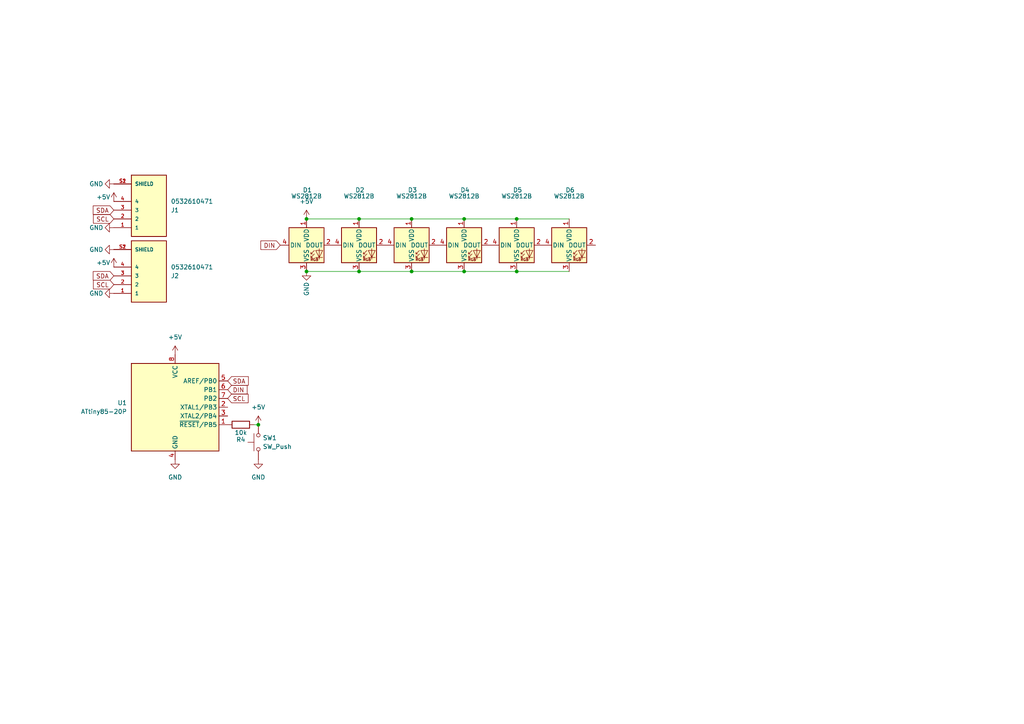
<source format=kicad_sch>
(kicad_sch
	(version 20250114)
	(generator "eeschema")
	(generator_version "9.0")
	(uuid "9c22f8ad-95c7-4cef-9b39-291480d504cf")
	(paper "A4")
	(lib_symbols
		(symbol "0532610471:0532610471"
			(pin_names
				(offset 1.016)
			)
			(exclude_from_sim no)
			(in_bom yes)
			(on_board yes)
			(property "Reference" "J"
				(at -5.0836 8.1396 0)
				(effects
					(font
						(size 1.27 1.27)
					)
					(justify left bottom)
				)
			)
			(property "Value" "0532610471"
				(at -5.0818 -12.7055 0)
				(effects
					(font
						(size 1.27 1.27)
					)
					(justify left bottom)
				)
			)
			(property "Footprint" "0532610471:MOLEX_0532610471"
				(at 0 0 0)
				(effects
					(font
						(size 1.27 1.27)
					)
					(justify bottom)
					(hide yes)
				)
			)
			(property "Datasheet" ""
				(at 0 0 0)
				(effects
					(font
						(size 1.27 1.27)
					)
					(hide yes)
				)
			)
			(property "Description" "Conn Shrouded Header HDR 4 POS 1.25mm Solder RA SMD PicoBlade™ Embossed T/R"
				(at 0 0 0)
				(effects
					(font
						(size 1.27 1.27)
					)
					(justify bottom)
					(hide yes)
				)
			)
			(property "MF" "Molex"
				(at 0 0 0)
				(effects
					(font
						(size 1.27 1.27)
					)
					(justify bottom)
					(hide yes)
				)
			)
			(property "PACKAGE" "None"
				(at 0 0 0)
				(effects
					(font
						(size 1.27 1.27)
					)
					(justify bottom)
					(hide yes)
				)
			)
			(property "PRICE" "None"
				(at 0 0 0)
				(effects
					(font
						(size 1.27 1.27)
					)
					(justify bottom)
					(hide yes)
				)
			)
			(property "Package" "None"
				(at 0 0 0)
				(effects
					(font
						(size 1.27 1.27)
					)
					(justify bottom)
					(hide yes)
				)
			)
			(property "Check_prices" "https://www.snapeda.com/parts/0532610471/Molex/view-part/?ref=eda"
				(at 0 0 0)
				(effects
					(font
						(size 1.27 1.27)
					)
					(justify bottom)
					(hide yes)
				)
			)
			(property "STANDARD" "Manufacturer Recommendation"
				(at 0 0 0)
				(effects
					(font
						(size 1.27 1.27)
					)
					(justify bottom)
					(hide yes)
				)
			)
			(property "PARTREV" "J"
				(at 0 0 0)
				(effects
					(font
						(size 1.27 1.27)
					)
					(justify bottom)
					(hide yes)
				)
			)
			(property "SnapEDA_Link" "https://www.snapeda.com/parts/0532610471/Molex/view-part/?ref=snap"
				(at 0 0 0)
				(effects
					(font
						(size 1.27 1.27)
					)
					(justify bottom)
					(hide yes)
				)
			)
			(property "MP" "0532610471"
				(at 0 0 0)
				(effects
					(font
						(size 1.27 1.27)
					)
					(justify bottom)
					(hide yes)
				)
			)
			(property "Price" "None"
				(at 0 0 0)
				(effects
					(font
						(size 1.27 1.27)
					)
					(justify bottom)
					(hide yes)
				)
			)
			(property "Availability" "In Stock"
				(at 0 0 0)
				(effects
					(font
						(size 1.27 1.27)
					)
					(justify bottom)
					(hide yes)
				)
			)
			(property "AVAILABILITY" "Unavailable"
				(at 0 0 0)
				(effects
					(font
						(size 1.27 1.27)
					)
					(justify bottom)
					(hide yes)
				)
			)
			(property "Description_1" "Picoblade Connector, 4 Circuit Single Row, Right Angle Surface Mount SMT PCB"
				(at 0 0 0)
				(effects
					(font
						(size 1.27 1.27)
					)
					(justify bottom)
					(hide yes)
				)
			)
			(symbol "0532610471_0_0"
				(rectangle
					(start -5.08 -10.16)
					(end 5.08 7.62)
					(stroke
						(width 0.254)
						(type default)
					)
					(fill
						(type background)
					)
				)
				(pin passive line
					(at -10.16 5.08 0)
					(length 5.08)
					(name "1"
						(effects
							(font
								(size 1.016 1.016)
							)
						)
					)
					(number "1"
						(effects
							(font
								(size 1.016 1.016)
							)
						)
					)
				)
				(pin passive line
					(at -10.16 2.54 0)
					(length 5.08)
					(name "2"
						(effects
							(font
								(size 1.016 1.016)
							)
						)
					)
					(number "2"
						(effects
							(font
								(size 1.016 1.016)
							)
						)
					)
				)
				(pin passive line
					(at -10.16 0 0)
					(length 5.08)
					(name "3"
						(effects
							(font
								(size 1.016 1.016)
							)
						)
					)
					(number "3"
						(effects
							(font
								(size 1.016 1.016)
							)
						)
					)
				)
				(pin passive line
					(at -10.16 -2.54 0)
					(length 5.08)
					(name "4"
						(effects
							(font
								(size 1.016 1.016)
							)
						)
					)
					(number "4"
						(effects
							(font
								(size 1.016 1.016)
							)
						)
					)
				)
				(pin passive line
					(at -10.16 -7.62 0)
					(length 5.08)
					(name "SHIELD"
						(effects
							(font
								(size 1.016 1.016)
							)
						)
					)
					(number "S1"
						(effects
							(font
								(size 1.016 1.016)
							)
						)
					)
				)
				(pin passive line
					(at -10.16 -7.62 0)
					(length 5.08)
					(name "SHIELD"
						(effects
							(font
								(size 1.016 1.016)
							)
						)
					)
					(number "S2"
						(effects
							(font
								(size 1.016 1.016)
							)
						)
					)
				)
			)
			(embedded_fonts no)
		)
		(symbol "Device:R"
			(pin_numbers
				(hide yes)
			)
			(pin_names
				(offset 0)
			)
			(exclude_from_sim no)
			(in_bom yes)
			(on_board yes)
			(property "Reference" "R"
				(at 2.032 0 90)
				(effects
					(font
						(size 1.27 1.27)
					)
				)
			)
			(property "Value" "R"
				(at 0 0 90)
				(effects
					(font
						(size 1.27 1.27)
					)
				)
			)
			(property "Footprint" ""
				(at -1.778 0 90)
				(effects
					(font
						(size 1.27 1.27)
					)
					(hide yes)
				)
			)
			(property "Datasheet" "~"
				(at 0 0 0)
				(effects
					(font
						(size 1.27 1.27)
					)
					(hide yes)
				)
			)
			(property "Description" "Resistor"
				(at 0 0 0)
				(effects
					(font
						(size 1.27 1.27)
					)
					(hide yes)
				)
			)
			(property "ki_keywords" "R res resistor"
				(at 0 0 0)
				(effects
					(font
						(size 1.27 1.27)
					)
					(hide yes)
				)
			)
			(property "ki_fp_filters" "R_*"
				(at 0 0 0)
				(effects
					(font
						(size 1.27 1.27)
					)
					(hide yes)
				)
			)
			(symbol "R_0_1"
				(rectangle
					(start -1.016 -2.54)
					(end 1.016 2.54)
					(stroke
						(width 0.254)
						(type default)
					)
					(fill
						(type none)
					)
				)
			)
			(symbol "R_1_1"
				(pin passive line
					(at 0 3.81 270)
					(length 1.27)
					(name "~"
						(effects
							(font
								(size 1.27 1.27)
							)
						)
					)
					(number "1"
						(effects
							(font
								(size 1.27 1.27)
							)
						)
					)
				)
				(pin passive line
					(at 0 -3.81 90)
					(length 1.27)
					(name "~"
						(effects
							(font
								(size 1.27 1.27)
							)
						)
					)
					(number "2"
						(effects
							(font
								(size 1.27 1.27)
							)
						)
					)
				)
			)
			(embedded_fonts no)
		)
		(symbol "LED:WS2812B"
			(pin_names
				(offset 0.254)
			)
			(exclude_from_sim no)
			(in_bom yes)
			(on_board yes)
			(property "Reference" "D"
				(at 5.08 5.715 0)
				(effects
					(font
						(size 1.27 1.27)
					)
					(justify right bottom)
				)
			)
			(property "Value" "WS2812B"
				(at 1.27 -5.715 0)
				(effects
					(font
						(size 1.27 1.27)
					)
					(justify left top)
				)
			)
			(property "Footprint" "LED_SMD:LED_WS2812B_PLCC4_5.0x5.0mm_P3.2mm"
				(at 1.27 -7.62 0)
				(effects
					(font
						(size 1.27 1.27)
					)
					(justify left top)
					(hide yes)
				)
			)
			(property "Datasheet" "https://cdn-shop.adafruit.com/datasheets/WS2812B.pdf"
				(at 2.54 -9.525 0)
				(effects
					(font
						(size 1.27 1.27)
					)
					(justify left top)
					(hide yes)
				)
			)
			(property "Description" "RGB LED with integrated controller"
				(at 0 0 0)
				(effects
					(font
						(size 1.27 1.27)
					)
					(hide yes)
				)
			)
			(property "ki_keywords" "RGB LED NeoPixel addressable"
				(at 0 0 0)
				(effects
					(font
						(size 1.27 1.27)
					)
					(hide yes)
				)
			)
			(property "ki_fp_filters" "LED*WS2812*PLCC*5.0x5.0mm*P3.2mm*"
				(at 0 0 0)
				(effects
					(font
						(size 1.27 1.27)
					)
					(hide yes)
				)
			)
			(symbol "WS2812B_0_0"
				(text "RGB"
					(at 2.286 -4.191 0)
					(effects
						(font
							(size 0.762 0.762)
						)
					)
				)
			)
			(symbol "WS2812B_0_1"
				(polyline
					(pts
						(xy 1.27 -2.54) (xy 1.778 -2.54)
					)
					(stroke
						(width 0)
						(type default)
					)
					(fill
						(type none)
					)
				)
				(polyline
					(pts
						(xy 1.27 -3.556) (xy 1.778 -3.556)
					)
					(stroke
						(width 0)
						(type default)
					)
					(fill
						(type none)
					)
				)
				(polyline
					(pts
						(xy 2.286 -1.524) (xy 1.27 -2.54) (xy 1.27 -2.032)
					)
					(stroke
						(width 0)
						(type default)
					)
					(fill
						(type none)
					)
				)
				(polyline
					(pts
						(xy 2.286 -2.54) (xy 1.27 -3.556) (xy 1.27 -3.048)
					)
					(stroke
						(width 0)
						(type default)
					)
					(fill
						(type none)
					)
				)
				(polyline
					(pts
						(xy 3.683 -1.016) (xy 3.683 -3.556) (xy 3.683 -4.064)
					)
					(stroke
						(width 0)
						(type default)
					)
					(fill
						(type none)
					)
				)
				(polyline
					(pts
						(xy 4.699 -1.524) (xy 2.667 -1.524) (xy 3.683 -3.556) (xy 4.699 -1.524)
					)
					(stroke
						(width 0)
						(type default)
					)
					(fill
						(type none)
					)
				)
				(polyline
					(pts
						(xy 4.699 -3.556) (xy 2.667 -3.556)
					)
					(stroke
						(width 0)
						(type default)
					)
					(fill
						(type none)
					)
				)
				(rectangle
					(start 5.08 5.08)
					(end -5.08 -5.08)
					(stroke
						(width 0.254)
						(type default)
					)
					(fill
						(type background)
					)
				)
			)
			(symbol "WS2812B_1_1"
				(pin input line
					(at -7.62 0 0)
					(length 2.54)
					(name "DIN"
						(effects
							(font
								(size 1.27 1.27)
							)
						)
					)
					(number "4"
						(effects
							(font
								(size 1.27 1.27)
							)
						)
					)
				)
				(pin power_in line
					(at 0 7.62 270)
					(length 2.54)
					(name "VDD"
						(effects
							(font
								(size 1.27 1.27)
							)
						)
					)
					(number "1"
						(effects
							(font
								(size 1.27 1.27)
							)
						)
					)
				)
				(pin power_in line
					(at 0 -7.62 90)
					(length 2.54)
					(name "VSS"
						(effects
							(font
								(size 1.27 1.27)
							)
						)
					)
					(number "3"
						(effects
							(font
								(size 1.27 1.27)
							)
						)
					)
				)
				(pin output line
					(at 7.62 0 180)
					(length 2.54)
					(name "DOUT"
						(effects
							(font
								(size 1.27 1.27)
							)
						)
					)
					(number "2"
						(effects
							(font
								(size 1.27 1.27)
							)
						)
					)
				)
			)
			(embedded_fonts no)
		)
		(symbol "MCU_Microchip_ATtiny:ATtiny85-20P"
			(exclude_from_sim no)
			(in_bom yes)
			(on_board yes)
			(property "Reference" "U"
				(at -12.7 13.97 0)
				(effects
					(font
						(size 1.27 1.27)
					)
					(justify left bottom)
				)
			)
			(property "Value" "ATtiny85-20P"
				(at 2.54 -13.97 0)
				(effects
					(font
						(size 1.27 1.27)
					)
					(justify left top)
				)
			)
			(property "Footprint" "Package_DIP:DIP-8_W7.62mm"
				(at 0 0 0)
				(effects
					(font
						(size 1.27 1.27)
						(italic yes)
					)
					(hide yes)
				)
			)
			(property "Datasheet" "http://ww1.microchip.com/downloads/en/DeviceDoc/atmel-2586-avr-8-bit-microcontroller-attiny25-attiny45-attiny85_datasheet.pdf"
				(at 0 0 0)
				(effects
					(font
						(size 1.27 1.27)
					)
					(hide yes)
				)
			)
			(property "Description" "20MHz, 8kB Flash, 512B SRAM, 512B EEPROM, debugWIRE, DIP-8"
				(at 0 0 0)
				(effects
					(font
						(size 1.27 1.27)
					)
					(hide yes)
				)
			)
			(property "ki_keywords" "AVR 8bit Microcontroller tinyAVR"
				(at 0 0 0)
				(effects
					(font
						(size 1.27 1.27)
					)
					(hide yes)
				)
			)
			(property "ki_fp_filters" "DIP*W7.62mm*"
				(at 0 0 0)
				(effects
					(font
						(size 1.27 1.27)
					)
					(hide yes)
				)
			)
			(symbol "ATtiny85-20P_0_1"
				(rectangle
					(start -12.7 -12.7)
					(end 12.7 12.7)
					(stroke
						(width 0.254)
						(type default)
					)
					(fill
						(type background)
					)
				)
			)
			(symbol "ATtiny85-20P_1_1"
				(pin power_in line
					(at 0 15.24 270)
					(length 2.54)
					(name "VCC"
						(effects
							(font
								(size 1.27 1.27)
							)
						)
					)
					(number "8"
						(effects
							(font
								(size 1.27 1.27)
							)
						)
					)
				)
				(pin power_in line
					(at 0 -15.24 90)
					(length 2.54)
					(name "GND"
						(effects
							(font
								(size 1.27 1.27)
							)
						)
					)
					(number "4"
						(effects
							(font
								(size 1.27 1.27)
							)
						)
					)
				)
				(pin bidirectional line
					(at 15.24 7.62 180)
					(length 2.54)
					(name "AREF/PB0"
						(effects
							(font
								(size 1.27 1.27)
							)
						)
					)
					(number "5"
						(effects
							(font
								(size 1.27 1.27)
							)
						)
					)
				)
				(pin bidirectional line
					(at 15.24 5.08 180)
					(length 2.54)
					(name "PB1"
						(effects
							(font
								(size 1.27 1.27)
							)
						)
					)
					(number "6"
						(effects
							(font
								(size 1.27 1.27)
							)
						)
					)
				)
				(pin bidirectional line
					(at 15.24 2.54 180)
					(length 2.54)
					(name "PB2"
						(effects
							(font
								(size 1.27 1.27)
							)
						)
					)
					(number "7"
						(effects
							(font
								(size 1.27 1.27)
							)
						)
					)
				)
				(pin bidirectional line
					(at 15.24 0 180)
					(length 2.54)
					(name "XTAL1/PB3"
						(effects
							(font
								(size 1.27 1.27)
							)
						)
					)
					(number "2"
						(effects
							(font
								(size 1.27 1.27)
							)
						)
					)
				)
				(pin bidirectional line
					(at 15.24 -2.54 180)
					(length 2.54)
					(name "XTAL2/PB4"
						(effects
							(font
								(size 1.27 1.27)
							)
						)
					)
					(number "3"
						(effects
							(font
								(size 1.27 1.27)
							)
						)
					)
				)
				(pin bidirectional line
					(at 15.24 -5.08 180)
					(length 2.54)
					(name "~{RESET}/PB5"
						(effects
							(font
								(size 1.27 1.27)
							)
						)
					)
					(number "1"
						(effects
							(font
								(size 1.27 1.27)
							)
						)
					)
				)
			)
			(embedded_fonts no)
		)
		(symbol "Switch:SW_Push"
			(pin_numbers
				(hide yes)
			)
			(pin_names
				(offset 1.016)
				(hide yes)
			)
			(exclude_from_sim no)
			(in_bom yes)
			(on_board yes)
			(property "Reference" "SW"
				(at 1.27 2.54 0)
				(effects
					(font
						(size 1.27 1.27)
					)
					(justify left)
				)
			)
			(property "Value" "SW_Push"
				(at 0 -1.524 0)
				(effects
					(font
						(size 1.27 1.27)
					)
				)
			)
			(property "Footprint" ""
				(at 0 5.08 0)
				(effects
					(font
						(size 1.27 1.27)
					)
					(hide yes)
				)
			)
			(property "Datasheet" "~"
				(at 0 5.08 0)
				(effects
					(font
						(size 1.27 1.27)
					)
					(hide yes)
				)
			)
			(property "Description" "Push button switch, generic, two pins"
				(at 0 0 0)
				(effects
					(font
						(size 1.27 1.27)
					)
					(hide yes)
				)
			)
			(property "ki_keywords" "switch normally-open pushbutton push-button"
				(at 0 0 0)
				(effects
					(font
						(size 1.27 1.27)
					)
					(hide yes)
				)
			)
			(symbol "SW_Push_0_1"
				(circle
					(center -2.032 0)
					(radius 0.508)
					(stroke
						(width 0)
						(type default)
					)
					(fill
						(type none)
					)
				)
				(polyline
					(pts
						(xy 0 1.27) (xy 0 3.048)
					)
					(stroke
						(width 0)
						(type default)
					)
					(fill
						(type none)
					)
				)
				(circle
					(center 2.032 0)
					(radius 0.508)
					(stroke
						(width 0)
						(type default)
					)
					(fill
						(type none)
					)
				)
				(polyline
					(pts
						(xy 2.54 1.27) (xy -2.54 1.27)
					)
					(stroke
						(width 0)
						(type default)
					)
					(fill
						(type none)
					)
				)
				(pin passive line
					(at -5.08 0 0)
					(length 2.54)
					(name "1"
						(effects
							(font
								(size 1.27 1.27)
							)
						)
					)
					(number "1"
						(effects
							(font
								(size 1.27 1.27)
							)
						)
					)
				)
				(pin passive line
					(at 5.08 0 180)
					(length 2.54)
					(name "2"
						(effects
							(font
								(size 1.27 1.27)
							)
						)
					)
					(number "2"
						(effects
							(font
								(size 1.27 1.27)
							)
						)
					)
				)
			)
			(embedded_fonts no)
		)
		(symbol "power:+5V"
			(power)
			(pin_numbers
				(hide yes)
			)
			(pin_names
				(offset 0)
				(hide yes)
			)
			(exclude_from_sim no)
			(in_bom yes)
			(on_board yes)
			(property "Reference" "#PWR"
				(at 0 -3.81 0)
				(effects
					(font
						(size 1.27 1.27)
					)
					(hide yes)
				)
			)
			(property "Value" "+5V"
				(at 0 3.556 0)
				(effects
					(font
						(size 1.27 1.27)
					)
				)
			)
			(property "Footprint" ""
				(at 0 0 0)
				(effects
					(font
						(size 1.27 1.27)
					)
					(hide yes)
				)
			)
			(property "Datasheet" ""
				(at 0 0 0)
				(effects
					(font
						(size 1.27 1.27)
					)
					(hide yes)
				)
			)
			(property "Description" "Power symbol creates a global label with name \"+5V\""
				(at 0 0 0)
				(effects
					(font
						(size 1.27 1.27)
					)
					(hide yes)
				)
			)
			(property "ki_keywords" "global power"
				(at 0 0 0)
				(effects
					(font
						(size 1.27 1.27)
					)
					(hide yes)
				)
			)
			(symbol "+5V_0_1"
				(polyline
					(pts
						(xy -0.762 1.27) (xy 0 2.54)
					)
					(stroke
						(width 0)
						(type default)
					)
					(fill
						(type none)
					)
				)
				(polyline
					(pts
						(xy 0 2.54) (xy 0.762 1.27)
					)
					(stroke
						(width 0)
						(type default)
					)
					(fill
						(type none)
					)
				)
				(polyline
					(pts
						(xy 0 0) (xy 0 2.54)
					)
					(stroke
						(width 0)
						(type default)
					)
					(fill
						(type none)
					)
				)
			)
			(symbol "+5V_1_1"
				(pin power_in line
					(at 0 0 90)
					(length 0)
					(name "~"
						(effects
							(font
								(size 1.27 1.27)
							)
						)
					)
					(number "1"
						(effects
							(font
								(size 1.27 1.27)
							)
						)
					)
				)
			)
			(embedded_fonts no)
		)
		(symbol "power:GND"
			(power)
			(pin_numbers
				(hide yes)
			)
			(pin_names
				(offset 0)
				(hide yes)
			)
			(exclude_from_sim no)
			(in_bom yes)
			(on_board yes)
			(property "Reference" "#PWR"
				(at 0 -6.35 0)
				(effects
					(font
						(size 1.27 1.27)
					)
					(hide yes)
				)
			)
			(property "Value" "GND"
				(at 0 -3.81 0)
				(effects
					(font
						(size 1.27 1.27)
					)
				)
			)
			(property "Footprint" ""
				(at 0 0 0)
				(effects
					(font
						(size 1.27 1.27)
					)
					(hide yes)
				)
			)
			(property "Datasheet" ""
				(at 0 0 0)
				(effects
					(font
						(size 1.27 1.27)
					)
					(hide yes)
				)
			)
			(property "Description" "Power symbol creates a global label with name \"GND\" , ground"
				(at 0 0 0)
				(effects
					(font
						(size 1.27 1.27)
					)
					(hide yes)
				)
			)
			(property "ki_keywords" "global power"
				(at 0 0 0)
				(effects
					(font
						(size 1.27 1.27)
					)
					(hide yes)
				)
			)
			(symbol "GND_0_1"
				(polyline
					(pts
						(xy 0 0) (xy 0 -1.27) (xy 1.27 -1.27) (xy 0 -2.54) (xy -1.27 -1.27) (xy 0 -1.27)
					)
					(stroke
						(width 0)
						(type default)
					)
					(fill
						(type none)
					)
				)
			)
			(symbol "GND_1_1"
				(pin power_in line
					(at 0 0 270)
					(length 0)
					(name "~"
						(effects
							(font
								(size 1.27 1.27)
							)
						)
					)
					(number "1"
						(effects
							(font
								(size 1.27 1.27)
							)
						)
					)
				)
			)
			(embedded_fonts no)
		)
	)
	(junction
		(at 134.62 78.74)
		(diameter 0)
		(color 0 0 0 0)
		(uuid "0b329aa1-0a2c-433d-8c4f-e5fc264ebc64")
	)
	(junction
		(at 104.14 78.74)
		(diameter 0)
		(color 0 0 0 0)
		(uuid "20b347f6-19c6-4397-ad88-24ef60944f37")
	)
	(junction
		(at 88.9 63.5)
		(diameter 0)
		(color 0 0 0 0)
		(uuid "50515b22-7911-4cb0-851b-14fba6d5a67d")
	)
	(junction
		(at 134.62 63.5)
		(diameter 0)
		(color 0 0 0 0)
		(uuid "9408f9a2-4710-4df0-a4ae-6853150bfd95")
	)
	(junction
		(at 119.38 63.5)
		(diameter 0)
		(color 0 0 0 0)
		(uuid "ac7f7eb6-150b-427a-a998-1345c819b429")
	)
	(junction
		(at 149.86 78.74)
		(diameter 0)
		(color 0 0 0 0)
		(uuid "b930226c-d7af-48df-a89a-176c80f8d029")
	)
	(junction
		(at 104.14 63.5)
		(diameter 0)
		(color 0 0 0 0)
		(uuid "e46b9158-bf47-4b97-af50-a74a8be49173")
	)
	(junction
		(at 88.9 78.74)
		(diameter 0)
		(color 0 0 0 0)
		(uuid "e4bce2d9-9f27-4239-84c5-2e4d22eb46d5")
	)
	(junction
		(at 149.86 63.5)
		(diameter 0)
		(color 0 0 0 0)
		(uuid "fafaef8c-a8dc-495b-a4bd-e4a54daa331b")
	)
	(junction
		(at 74.93 123.19)
		(diameter 0)
		(color 0 0 0 0)
		(uuid "ff4f8038-e44d-4d23-ab56-bd2618404eb4")
	)
	(junction
		(at 119.38 78.74)
		(diameter 0)
		(color 0 0 0 0)
		(uuid "ffcf7fd1-2305-4140-a7ae-812643463687")
	)
	(wire
		(pts
			(xy 149.86 63.5) (xy 165.1 63.5)
		)
		(stroke
			(width 0)
			(type default)
		)
		(uuid "2ad3ff5d-346d-40ef-ae17-2c15599589a3")
	)
	(wire
		(pts
			(xy 88.9 78.74) (xy 104.14 78.74)
		)
		(stroke
			(width 0)
			(type default)
		)
		(uuid "36a286f1-e98f-4d23-a476-9f1ebc864e31")
	)
	(wire
		(pts
			(xy 88.9 63.5) (xy 104.14 63.5)
		)
		(stroke
			(width 0)
			(type default)
		)
		(uuid "42a01c4a-e682-457e-9eec-f60aaa7526f0")
	)
	(wire
		(pts
			(xy 74.93 123.19) (xy 73.66 123.19)
		)
		(stroke
			(width 0)
			(type default)
		)
		(uuid "48755a6c-807e-4787-a512-5c21dac4cd7f")
	)
	(wire
		(pts
			(xy 134.62 63.5) (xy 149.86 63.5)
		)
		(stroke
			(width 0)
			(type default)
		)
		(uuid "67ba45db-132f-4685-a409-c44126a1f69e")
	)
	(wire
		(pts
			(xy 104.14 63.5) (xy 119.38 63.5)
		)
		(stroke
			(width 0)
			(type default)
		)
		(uuid "87927426-6e31-4b86-b2e1-9042b48cf1a3")
	)
	(wire
		(pts
			(xy 119.38 78.74) (xy 134.62 78.74)
		)
		(stroke
			(width 0)
			(type default)
		)
		(uuid "92585ee5-106f-4633-9c61-f08c64637d92")
	)
	(wire
		(pts
			(xy 134.62 78.74) (xy 149.86 78.74)
		)
		(stroke
			(width 0)
			(type default)
		)
		(uuid "9bcc15ed-b65b-4e2a-be28-7bdcb2318ea9")
	)
	(wire
		(pts
			(xy 149.86 78.74) (xy 165.1 78.74)
		)
		(stroke
			(width 0)
			(type default)
		)
		(uuid "9d9fb878-e23b-43df-a8ea-0b85386302c7")
	)
	(wire
		(pts
			(xy 119.38 63.5) (xy 134.62 63.5)
		)
		(stroke
			(width 0)
			(type default)
		)
		(uuid "b3b8f520-cb30-4395-bbc8-01bcc2d598ed")
	)
	(wire
		(pts
			(xy 104.14 78.74) (xy 119.38 78.74)
		)
		(stroke
			(width 0)
			(type default)
		)
		(uuid "f7ded8e6-239a-4ced-af05-73b0f7b93745")
	)
	(global_label "SCL"
		(shape input)
		(at 33.02 82.55 180)
		(fields_autoplaced yes)
		(effects
			(font
				(size 1.27 1.27)
			)
			(justify right)
		)
		(uuid "2f5ad162-852e-4a7b-99b4-f0f3596b56f0")
		(property "Intersheetrefs" "${INTERSHEET_REFS}"
			(at 26.5272 82.55 0)
			(effects
				(font
					(size 1.27 1.27)
				)
				(justify right)
				(hide yes)
			)
		)
	)
	(global_label "SDA"
		(shape input)
		(at 33.02 80.01 180)
		(fields_autoplaced yes)
		(effects
			(font
				(size 1.27 1.27)
			)
			(justify right)
		)
		(uuid "51eb3c68-9533-4d35-ae02-710a4aeee141")
		(property "Intersheetrefs" "${INTERSHEET_REFS}"
			(at 26.4667 80.01 0)
			(effects
				(font
					(size 1.27 1.27)
				)
				(justify right)
				(hide yes)
			)
		)
	)
	(global_label "DIN"
		(shape input)
		(at 66.04 113.03 0)
		(fields_autoplaced yes)
		(effects
			(font
				(size 1.27 1.27)
			)
			(justify left)
		)
		(uuid "79ef9f4e-e3c4-4a66-8113-63af9dbe12ce")
		(property "Intersheetrefs" "${INTERSHEET_REFS}"
			(at 72.2305 113.03 0)
			(effects
				(font
					(size 1.27 1.27)
				)
				(justify left)
				(hide yes)
			)
		)
	)
	(global_label "SDA"
		(shape input)
		(at 33.02 60.96 180)
		(fields_autoplaced yes)
		(effects
			(font
				(size 1.27 1.27)
			)
			(justify right)
		)
		(uuid "7b140f7d-12ce-4a64-a1f0-a8fa352c9417")
		(property "Intersheetrefs" "${INTERSHEET_REFS}"
			(at 26.4667 60.96 0)
			(effects
				(font
					(size 1.27 1.27)
				)
				(justify right)
				(hide yes)
			)
		)
	)
	(global_label "SCL"
		(shape input)
		(at 33.02 63.5 180)
		(fields_autoplaced yes)
		(effects
			(font
				(size 1.27 1.27)
			)
			(justify right)
		)
		(uuid "9b6c2a44-594e-482c-b30a-1890a363b72a")
		(property "Intersheetrefs" "${INTERSHEET_REFS}"
			(at 26.5272 63.5 0)
			(effects
				(font
					(size 1.27 1.27)
				)
				(justify right)
				(hide yes)
			)
		)
	)
	(global_label "DIN"
		(shape input)
		(at 81.28 71.12 180)
		(fields_autoplaced yes)
		(effects
			(font
				(size 1.27 1.27)
			)
			(justify right)
		)
		(uuid "9c0248af-c96d-4e41-add0-a0dc8b9b494f")
		(property "Intersheetrefs" "${INTERSHEET_REFS}"
			(at 75.0895 71.12 0)
			(effects
				(font
					(size 1.27 1.27)
				)
				(justify right)
				(hide yes)
			)
		)
	)
	(global_label "SCL"
		(shape input)
		(at 66.04 115.57 0)
		(fields_autoplaced yes)
		(effects
			(font
				(size 1.27 1.27)
			)
			(justify left)
		)
		(uuid "d9bb442a-e2b3-40c0-b2d4-1119da42c93f")
		(property "Intersheetrefs" "${INTERSHEET_REFS}"
			(at 72.5328 115.57 0)
			(effects
				(font
					(size 1.27 1.27)
				)
				(justify left)
				(hide yes)
			)
		)
	)
	(global_label "SDA"
		(shape input)
		(at 66.04 110.49 0)
		(fields_autoplaced yes)
		(effects
			(font
				(size 1.27 1.27)
			)
			(justify left)
		)
		(uuid "dc3c84c4-7f5e-444e-aaad-67b737191e38")
		(property "Intersheetrefs" "${INTERSHEET_REFS}"
			(at 72.5933 110.49 0)
			(effects
				(font
					(size 1.27 1.27)
				)
				(justify left)
				(hide yes)
			)
		)
	)
	(symbol
		(lib_id "power:GND")
		(at 88.9 78.74 0)
		(unit 1)
		(exclude_from_sim no)
		(in_bom yes)
		(on_board yes)
		(dnp no)
		(uuid "0ba222fa-9ad2-45ea-9100-f729ba2cb859")
		(property "Reference" "#PWR012"
			(at 88.9 85.09 0)
			(effects
				(font
					(size 1.27 1.27)
				)
				(hide yes)
			)
		)
		(property "Value" "GND"
			(at 88.9 83.82 90)
			(effects
				(font
					(size 1.27 1.27)
				)
			)
		)
		(property "Footprint" ""
			(at 88.9 78.74 0)
			(effects
				(font
					(size 1.27 1.27)
				)
				(hide yes)
			)
		)
		(property "Datasheet" ""
			(at 88.9 78.74 0)
			(effects
				(font
					(size 1.27 1.27)
				)
				(hide yes)
			)
		)
		(property "Description" "Power symbol creates a global label with name \"GND\" , ground"
			(at 88.9 78.74 0)
			(effects
				(font
					(size 1.27 1.27)
				)
				(hide yes)
			)
		)
		(pin "1"
			(uuid "28367efd-f757-4b09-b315-99fa16c69585")
		)
		(instances
			(project "rgb_tube"
				(path "/9c22f8ad-95c7-4cef-9b39-291480d504cf"
					(reference "#PWR012")
					(unit 1)
				)
			)
		)
	)
	(symbol
		(lib_id "LED:WS2812B")
		(at 104.14 71.12 0)
		(unit 1)
		(exclude_from_sim no)
		(in_bom yes)
		(on_board yes)
		(dnp no)
		(uuid "1401dbff-8c80-45dd-b65f-3bafd5823492")
		(property "Reference" "D2"
			(at 104.394 55.118 0)
			(effects
				(font
					(size 1.27 1.27)
				)
			)
		)
		(property "Value" "WS2812B"
			(at 104.14 56.896 0)
			(effects
				(font
					(size 1.27 1.27)
				)
			)
		)
		(property "Footprint" "LED_SMD:LED_WS2812B_PLCC4_5.0x5.0mm_P3.2mm"
			(at 105.41 78.74 0)
			(effects
				(font
					(size 1.27 1.27)
				)
				(justify left top)
				(hide yes)
			)
		)
		(property "Datasheet" "https://cdn-shop.adafruit.com/datasheets/WS2812B.pdf"
			(at 106.68 80.645 0)
			(effects
				(font
					(size 1.27 1.27)
				)
				(justify left top)
				(hide yes)
			)
		)
		(property "Description" "RGB LED with integrated controller"
			(at 104.14 71.12 0)
			(effects
				(font
					(size 1.27 1.27)
				)
				(hide yes)
			)
		)
		(pin "4"
			(uuid "fe21d6b3-0724-407b-8862-ea761c68c0d8")
		)
		(pin "1"
			(uuid "86f80050-71fb-4d0a-858c-6abe9bf817ce")
		)
		(pin "3"
			(uuid "c60f46a4-7615-477f-be8b-2304c1bbb11d")
		)
		(pin "2"
			(uuid "d6a1164a-c192-4e78-9f10-6d0ebfe77154")
		)
		(instances
			(project "rgb_tube"
				(path "/9c22f8ad-95c7-4cef-9b39-291480d504cf"
					(reference "D2")
					(unit 1)
				)
			)
		)
	)
	(symbol
		(lib_id "power:GND")
		(at 33.02 53.34 270)
		(unit 1)
		(exclude_from_sim no)
		(in_bom yes)
		(on_board yes)
		(dnp no)
		(uuid "1772b504-a08e-4d98-ba62-70d955270934")
		(property "Reference" "#PWR05"
			(at 26.67 53.34 0)
			(effects
				(font
					(size 1.27 1.27)
				)
				(hide yes)
			)
		)
		(property "Value" "GND"
			(at 27.94 53.34 90)
			(effects
				(font
					(size 1.27 1.27)
				)
			)
		)
		(property "Footprint" ""
			(at 33.02 53.34 0)
			(effects
				(font
					(size 1.27 1.27)
				)
				(hide yes)
			)
		)
		(property "Datasheet" ""
			(at 33.02 53.34 0)
			(effects
				(font
					(size 1.27 1.27)
				)
				(hide yes)
			)
		)
		(property "Description" "Power symbol creates a global label with name \"GND\" , ground"
			(at 33.02 53.34 0)
			(effects
				(font
					(size 1.27 1.27)
				)
				(hide yes)
			)
		)
		(pin "1"
			(uuid "7a03d04e-15d0-44d7-bf51-aef70049cb96")
		)
		(instances
			(project "rgb_tube"
				(path "/9c22f8ad-95c7-4cef-9b39-291480d504cf"
					(reference "#PWR05")
					(unit 1)
				)
			)
		)
	)
	(symbol
		(lib_id "power:+5V")
		(at 74.93 123.19 0)
		(unit 1)
		(exclude_from_sim no)
		(in_bom yes)
		(on_board yes)
		(dnp no)
		(fields_autoplaced yes)
		(uuid "227384cd-7e97-440a-99a8-322f8ad38603")
		(property "Reference" "#PWR09"
			(at 74.93 127 0)
			(effects
				(font
					(size 1.27 1.27)
				)
				(hide yes)
			)
		)
		(property "Value" "+5V"
			(at 74.93 118.11 0)
			(effects
				(font
					(size 1.27 1.27)
				)
			)
		)
		(property "Footprint" ""
			(at 74.93 123.19 0)
			(effects
				(font
					(size 1.27 1.27)
				)
				(hide yes)
			)
		)
		(property "Datasheet" ""
			(at 74.93 123.19 0)
			(effects
				(font
					(size 1.27 1.27)
				)
				(hide yes)
			)
		)
		(property "Description" "Power symbol creates a global label with name \"+5V\""
			(at 74.93 123.19 0)
			(effects
				(font
					(size 1.27 1.27)
				)
				(hide yes)
			)
		)
		(pin "1"
			(uuid "b7dab1d2-fb2e-472d-bf1e-7fb7537d6145")
		)
		(instances
			(project "rgb_tube"
				(path "/9c22f8ad-95c7-4cef-9b39-291480d504cf"
					(reference "#PWR09")
					(unit 1)
				)
			)
		)
	)
	(symbol
		(lib_id "power:GND")
		(at 33.02 72.39 270)
		(unit 1)
		(exclude_from_sim no)
		(in_bom yes)
		(on_board yes)
		(dnp no)
		(uuid "3547c4bd-d3ee-44a8-a04b-d235640926b8")
		(property "Reference" "#PWR06"
			(at 26.67 72.39 0)
			(effects
				(font
					(size 1.27 1.27)
				)
				(hide yes)
			)
		)
		(property "Value" "GND"
			(at 27.94 72.39 90)
			(effects
				(font
					(size 1.27 1.27)
				)
			)
		)
		(property "Footprint" ""
			(at 33.02 72.39 0)
			(effects
				(font
					(size 1.27 1.27)
				)
				(hide yes)
			)
		)
		(property "Datasheet" ""
			(at 33.02 72.39 0)
			(effects
				(font
					(size 1.27 1.27)
				)
				(hide yes)
			)
		)
		(property "Description" "Power symbol creates a global label with name \"GND\" , ground"
			(at 33.02 72.39 0)
			(effects
				(font
					(size 1.27 1.27)
				)
				(hide yes)
			)
		)
		(pin "1"
			(uuid "06ac2855-7a8e-4b2a-9941-28ff77e156ee")
		)
		(instances
			(project "rgb_tube"
				(path "/9c22f8ad-95c7-4cef-9b39-291480d504cf"
					(reference "#PWR06")
					(unit 1)
				)
			)
		)
	)
	(symbol
		(lib_id "power:GND")
		(at 50.8 133.35 0)
		(unit 1)
		(exclude_from_sim no)
		(in_bom yes)
		(on_board yes)
		(dnp no)
		(fields_autoplaced yes)
		(uuid "3d501a56-581d-42cb-a068-478fd77cc043")
		(property "Reference" "#PWR08"
			(at 50.8 139.7 0)
			(effects
				(font
					(size 1.27 1.27)
				)
				(hide yes)
			)
		)
		(property "Value" "GND"
			(at 50.8 138.43 0)
			(effects
				(font
					(size 1.27 1.27)
				)
			)
		)
		(property "Footprint" ""
			(at 50.8 133.35 0)
			(effects
				(font
					(size 1.27 1.27)
				)
				(hide yes)
			)
		)
		(property "Datasheet" ""
			(at 50.8 133.35 0)
			(effects
				(font
					(size 1.27 1.27)
				)
				(hide yes)
			)
		)
		(property "Description" "Power symbol creates a global label with name \"GND\" , ground"
			(at 50.8 133.35 0)
			(effects
				(font
					(size 1.27 1.27)
				)
				(hide yes)
			)
		)
		(pin "1"
			(uuid "cd3d03e1-11b0-4e4a-b27e-3777a8a43a56")
		)
		(instances
			(project "rgb_tube"
				(path "/9c22f8ad-95c7-4cef-9b39-291480d504cf"
					(reference "#PWR08")
					(unit 1)
				)
			)
		)
	)
	(symbol
		(lib_id "LED:WS2812B")
		(at 119.38 71.12 0)
		(unit 1)
		(exclude_from_sim no)
		(in_bom yes)
		(on_board yes)
		(dnp no)
		(uuid "43477cf2-c26f-491c-afa4-931f140e26ad")
		(property "Reference" "D3"
			(at 119.634 55.118 0)
			(effects
				(font
					(size 1.27 1.27)
				)
			)
		)
		(property "Value" "WS2812B"
			(at 119.38 56.896 0)
			(effects
				(font
					(size 1.27 1.27)
				)
			)
		)
		(property "Footprint" "LED_SMD:LED_WS2812B_PLCC4_5.0x5.0mm_P3.2mm"
			(at 120.65 78.74 0)
			(effects
				(font
					(size 1.27 1.27)
				)
				(justify left top)
				(hide yes)
			)
		)
		(property "Datasheet" "https://cdn-shop.adafruit.com/datasheets/WS2812B.pdf"
			(at 121.92 80.645 0)
			(effects
				(font
					(size 1.27 1.27)
				)
				(justify left top)
				(hide yes)
			)
		)
		(property "Description" "RGB LED with integrated controller"
			(at 119.38 71.12 0)
			(effects
				(font
					(size 1.27 1.27)
				)
				(hide yes)
			)
		)
		(pin "4"
			(uuid "7cfcfcd7-4af2-439f-9220-f906625c2464")
		)
		(pin "1"
			(uuid "abe652ca-0544-4475-aeae-3e36767b3ac4")
		)
		(pin "3"
			(uuid "0b53d8b0-5d40-45fb-b2a4-e4dc8bf770de")
		)
		(pin "2"
			(uuid "3ef1967b-3732-4a99-acf7-7911f7b99fb0")
		)
		(instances
			(project "rgb_tube"
				(path "/9c22f8ad-95c7-4cef-9b39-291480d504cf"
					(reference "D3")
					(unit 1)
				)
			)
		)
	)
	(symbol
		(lib_id "power:GND")
		(at 74.93 133.35 0)
		(unit 1)
		(exclude_from_sim no)
		(in_bom yes)
		(on_board yes)
		(dnp no)
		(fields_autoplaced yes)
		(uuid "469a07af-6d12-4bde-b825-c9ae420bd4bc")
		(property "Reference" "#PWR010"
			(at 74.93 139.7 0)
			(effects
				(font
					(size 1.27 1.27)
				)
				(hide yes)
			)
		)
		(property "Value" "GND"
			(at 74.93 138.43 0)
			(effects
				(font
					(size 1.27 1.27)
				)
			)
		)
		(property "Footprint" ""
			(at 74.93 133.35 0)
			(effects
				(font
					(size 1.27 1.27)
				)
				(hide yes)
			)
		)
		(property "Datasheet" ""
			(at 74.93 133.35 0)
			(effects
				(font
					(size 1.27 1.27)
				)
				(hide yes)
			)
		)
		(property "Description" "Power symbol creates a global label with name \"GND\" , ground"
			(at 74.93 133.35 0)
			(effects
				(font
					(size 1.27 1.27)
				)
				(hide yes)
			)
		)
		(pin "1"
			(uuid "46f7e2b6-8f65-4052-ae2d-e3f7ddcd5e6a")
		)
		(instances
			(project "rgb_tube"
				(path "/9c22f8ad-95c7-4cef-9b39-291480d504cf"
					(reference "#PWR010")
					(unit 1)
				)
			)
		)
	)
	(symbol
		(lib_id "0532610471:0532610471")
		(at 43.18 80.01 0)
		(mirror x)
		(unit 1)
		(exclude_from_sim no)
		(in_bom yes)
		(on_board yes)
		(dnp no)
		(uuid "4cb4ccf0-9c2f-4906-91e3-69f6a79c5fa0")
		(property "Reference" "J2"
			(at 49.53 80.0101 0)
			(effects
				(font
					(size 1.27 1.27)
				)
				(justify left)
			)
		)
		(property "Value" "0532610471"
			(at 49.53 77.4701 0)
			(effects
				(font
					(size 1.27 1.27)
				)
				(justify left)
			)
		)
		(property "Footprint" "0532610471:MOLEX_0532610471"
			(at 43.18 80.01 0)
			(effects
				(font
					(size 1.27 1.27)
				)
				(justify bottom)
				(hide yes)
			)
		)
		(property "Datasheet" ""
			(at 43.18 80.01 0)
			(effects
				(font
					(size 1.27 1.27)
				)
				(hide yes)
			)
		)
		(property "Description" ""
			(at 43.18 80.01 0)
			(effects
				(font
					(size 1.27 1.27)
				)
				(hide yes)
			)
		)
		(property "MF" "Molex"
			(at 43.18 80.01 0)
			(effects
				(font
					(size 1.27 1.27)
				)
				(justify bottom)
				(hide yes)
			)
		)
		(property "DESCRIPTION" "Conn Shrouded Header HDR 4 POS 1.25mm Solder RA SMD PicoBlade™ Embossed T/R"
			(at 43.18 80.01 0)
			(effects
				(font
					(size 1.27 1.27)
				)
				(justify bottom)
				(hide yes)
			)
		)
		(property "PACKAGE" "None"
			(at 43.18 80.01 0)
			(effects
				(font
					(size 1.27 1.27)
				)
				(justify bottom)
				(hide yes)
			)
		)
		(property "PRICE" "None"
			(at 43.18 80.01 0)
			(effects
				(font
					(size 1.27 1.27)
				)
				(justify bottom)
				(hide yes)
			)
		)
		(property "Package" "None"
			(at 43.18 80.01 0)
			(effects
				(font
					(size 1.27 1.27)
				)
				(justify bottom)
				(hide yes)
			)
		)
		(property "Check_prices" "https://www.snapeda.com/parts/0532610471/Molex/view-part/?ref=eda"
			(at 43.18 80.01 0)
			(effects
				(font
					(size 1.27 1.27)
				)
				(justify bottom)
				(hide yes)
			)
		)
		(property "STANDARD" "Manufacturer Recommendation"
			(at 43.18 80.01 0)
			(effects
				(font
					(size 1.27 1.27)
				)
				(justify bottom)
				(hide yes)
			)
		)
		(property "PARTREV" "J"
			(at 43.18 80.01 0)
			(effects
				(font
					(size 1.27 1.27)
				)
				(justify bottom)
				(hide yes)
			)
		)
		(property "SnapEDA_Link" "https://www.snapeda.com/parts/0532610471/Molex/view-part/?ref=snap"
			(at 43.18 80.01 0)
			(effects
				(font
					(size 1.27 1.27)
				)
				(justify bottom)
				(hide yes)
			)
		)
		(property "MP" "0532610471"
			(at 43.18 80.01 0)
			(effects
				(font
					(size 1.27 1.27)
				)
				(justify bottom)
				(hide yes)
			)
		)
		(property "Price" "None"
			(at 43.18 80.01 0)
			(effects
				(font
					(size 1.27 1.27)
				)
				(justify bottom)
				(hide yes)
			)
		)
		(property "Availability" "In Stock"
			(at 43.18 80.01 0)
			(effects
				(font
					(size 1.27 1.27)
				)
				(justify bottom)
				(hide yes)
			)
		)
		(property "AVAILABILITY" "Unavailable"
			(at 43.18 80.01 0)
			(effects
				(font
					(size 1.27 1.27)
				)
				(justify bottom)
				(hide yes)
			)
		)
		(property "Description_1" "Picoblade Connector, 4 Circuit Single Row, Right Angle Surface Mount SMT PCB"
			(at 43.18 80.01 0)
			(effects
				(font
					(size 1.27 1.27)
				)
				(justify bottom)
				(hide yes)
			)
		)
		(pin "3"
			(uuid "cd730297-1515-480e-928e-f2353a950cbf")
		)
		(pin "S2"
			(uuid "398265e1-675d-4c6b-8a25-f147430c465a")
		)
		(pin "4"
			(uuid "1abc13b4-d70a-4750-a55f-67d6de2f80c4")
		)
		(pin "S1"
			(uuid "7adac1cc-0b4e-4108-8a3f-5dc937f2954d")
		)
		(pin "1"
			(uuid "5b2b472f-d084-4acc-8e17-51435e8fc5fd")
		)
		(pin "2"
			(uuid "4a917e88-a8cb-4054-ab28-17c31a27d9d4")
		)
		(instances
			(project "rgb_tube"
				(path "/9c22f8ad-95c7-4cef-9b39-291480d504cf"
					(reference "J2")
					(unit 1)
				)
			)
		)
	)
	(symbol
		(lib_id "power:+5V")
		(at 33.02 58.42 0)
		(unit 1)
		(exclude_from_sim no)
		(in_bom yes)
		(on_board yes)
		(dnp no)
		(uuid "653f2ffa-1488-418f-893b-ea953d9eac3a")
		(property "Reference" "#PWR01"
			(at 33.02 62.23 0)
			(effects
				(font
					(size 1.27 1.27)
				)
				(hide yes)
			)
		)
		(property "Value" "+5V"
			(at 29.972 57.15 0)
			(effects
				(font
					(size 1.27 1.27)
				)
			)
		)
		(property "Footprint" ""
			(at 33.02 58.42 0)
			(effects
				(font
					(size 1.27 1.27)
				)
				(hide yes)
			)
		)
		(property "Datasheet" ""
			(at 33.02 58.42 0)
			(effects
				(font
					(size 1.27 1.27)
				)
				(hide yes)
			)
		)
		(property "Description" "Power symbol creates a global label with name \"+5V\""
			(at 33.02 58.42 0)
			(effects
				(font
					(size 1.27 1.27)
				)
				(hide yes)
			)
		)
		(pin "1"
			(uuid "99591dd9-d1d5-46cd-9341-6bc590f90a3d")
		)
		(instances
			(project ""
				(path "/9c22f8ad-95c7-4cef-9b39-291480d504cf"
					(reference "#PWR01")
					(unit 1)
				)
			)
		)
	)
	(symbol
		(lib_id "power:GND")
		(at 33.02 66.04 270)
		(unit 1)
		(exclude_from_sim no)
		(in_bom yes)
		(on_board yes)
		(dnp no)
		(uuid "6dd5b18c-2d98-4e5d-9e7e-403728f4fe66")
		(property "Reference" "#PWR04"
			(at 26.67 66.04 0)
			(effects
				(font
					(size 1.27 1.27)
				)
				(hide yes)
			)
		)
		(property "Value" "GND"
			(at 27.94 66.04 90)
			(effects
				(font
					(size 1.27 1.27)
				)
			)
		)
		(property "Footprint" ""
			(at 33.02 66.04 0)
			(effects
				(font
					(size 1.27 1.27)
				)
				(hide yes)
			)
		)
		(property "Datasheet" ""
			(at 33.02 66.04 0)
			(effects
				(font
					(size 1.27 1.27)
				)
				(hide yes)
			)
		)
		(property "Description" "Power symbol creates a global label with name \"GND\" , ground"
			(at 33.02 66.04 0)
			(effects
				(font
					(size 1.27 1.27)
				)
				(hide yes)
			)
		)
		(pin "1"
			(uuid "33c6c089-9236-4236-a6bd-839de8e63911")
		)
		(instances
			(project "rgb_tube"
				(path "/9c22f8ad-95c7-4cef-9b39-291480d504cf"
					(reference "#PWR04")
					(unit 1)
				)
			)
		)
	)
	(symbol
		(lib_id "Switch:SW_Push")
		(at 74.93 128.27 90)
		(unit 1)
		(exclude_from_sim no)
		(in_bom yes)
		(on_board yes)
		(dnp no)
		(fields_autoplaced yes)
		(uuid "704227c7-7f76-4ac2-bc33-1b74d66a411f")
		(property "Reference" "SW1"
			(at 76.2 126.9999 90)
			(effects
				(font
					(size 1.27 1.27)
				)
				(justify right)
			)
		)
		(property "Value" "SW_Push"
			(at 76.2 129.5399 90)
			(effects
				(font
					(size 1.27 1.27)
				)
				(justify right)
			)
		)
		(property "Footprint" "Connector_PinHeader_2.54mm:PinHeader_1x02_P2.54mm_Vertical"
			(at 69.85 128.27 0)
			(effects
				(font
					(size 1.27 1.27)
				)
				(hide yes)
			)
		)
		(property "Datasheet" "~"
			(at 69.85 128.27 0)
			(effects
				(font
					(size 1.27 1.27)
				)
				(hide yes)
			)
		)
		(property "Description" "Push button switch, generic, two pins"
			(at 74.93 128.27 0)
			(effects
				(font
					(size 1.27 1.27)
				)
				(hide yes)
			)
		)
		(pin "1"
			(uuid "695e3c80-b956-4a98-b5b7-a8133c10323f")
		)
		(pin "2"
			(uuid "c74a066a-04b2-4fd9-a5fd-0a0d7bd1841b")
		)
		(instances
			(project "rgb_tube"
				(path "/9c22f8ad-95c7-4cef-9b39-291480d504cf"
					(reference "SW1")
					(unit 1)
				)
			)
		)
	)
	(symbol
		(lib_id "Device:R")
		(at 69.85 123.19 90)
		(unit 1)
		(exclude_from_sim no)
		(in_bom yes)
		(on_board yes)
		(dnp no)
		(uuid "9007d3f7-25b0-4f2f-b3c6-c8ed0e26fc30")
		(property "Reference" "R4"
			(at 69.85 127.508 90)
			(effects
				(font
					(size 1.27 1.27)
				)
			)
		)
		(property "Value" "10k"
			(at 69.85 125.476 90)
			(effects
				(font
					(size 1.27 1.27)
				)
			)
		)
		(property "Footprint" "Resistor_SMD:R_0805_2012Metric"
			(at 69.85 124.968 90)
			(effects
				(font
					(size 1.27 1.27)
				)
				(hide yes)
			)
		)
		(property "Datasheet" "~"
			(at 69.85 123.19 0)
			(effects
				(font
					(size 1.27 1.27)
				)
				(hide yes)
			)
		)
		(property "Description" "Resistor"
			(at 69.85 123.19 0)
			(effects
				(font
					(size 1.27 1.27)
				)
				(hide yes)
			)
		)
		(pin "1"
			(uuid "f117ab1c-9df8-4895-87de-8e2ee4fea514")
		)
		(pin "2"
			(uuid "c43d9c23-7d56-4247-bc14-fa4ee936f8f2")
		)
		(instances
			(project "rgb_tube"
				(path "/9c22f8ad-95c7-4cef-9b39-291480d504cf"
					(reference "R4")
					(unit 1)
				)
			)
		)
	)
	(symbol
		(lib_id "power:+5V")
		(at 88.9 63.5 0)
		(unit 1)
		(exclude_from_sim no)
		(in_bom yes)
		(on_board yes)
		(dnp no)
		(fields_autoplaced yes)
		(uuid "a5c52a75-91ac-4810-a3b9-0ce7f036cabe")
		(property "Reference" "#PWR011"
			(at 88.9 67.31 0)
			(effects
				(font
					(size 1.27 1.27)
				)
				(hide yes)
			)
		)
		(property "Value" "+5V"
			(at 88.9 58.42 0)
			(effects
				(font
					(size 1.27 1.27)
				)
			)
		)
		(property "Footprint" ""
			(at 88.9 63.5 0)
			(effects
				(font
					(size 1.27 1.27)
				)
				(hide yes)
			)
		)
		(property "Datasheet" ""
			(at 88.9 63.5 0)
			(effects
				(font
					(size 1.27 1.27)
				)
				(hide yes)
			)
		)
		(property "Description" "Power symbol creates a global label with name \"+5V\""
			(at 88.9 63.5 0)
			(effects
				(font
					(size 1.27 1.27)
				)
				(hide yes)
			)
		)
		(pin "1"
			(uuid "02c2a3d8-c7bb-4927-b393-2d8d9de2a689")
		)
		(instances
			(project "rgb_tube"
				(path "/9c22f8ad-95c7-4cef-9b39-291480d504cf"
					(reference "#PWR011")
					(unit 1)
				)
			)
		)
	)
	(symbol
		(lib_id "power:+5V")
		(at 33.02 77.47 0)
		(unit 1)
		(exclude_from_sim no)
		(in_bom yes)
		(on_board yes)
		(dnp no)
		(uuid "b78b769d-f935-4a54-91b1-787b0e3e5696")
		(property "Reference" "#PWR02"
			(at 33.02 81.28 0)
			(effects
				(font
					(size 1.27 1.27)
				)
				(hide yes)
			)
		)
		(property "Value" "+5V"
			(at 29.972 76.2 0)
			(effects
				(font
					(size 1.27 1.27)
				)
			)
		)
		(property "Footprint" ""
			(at 33.02 77.47 0)
			(effects
				(font
					(size 1.27 1.27)
				)
				(hide yes)
			)
		)
		(property "Datasheet" ""
			(at 33.02 77.47 0)
			(effects
				(font
					(size 1.27 1.27)
				)
				(hide yes)
			)
		)
		(property "Description" "Power symbol creates a global label with name \"+5V\""
			(at 33.02 77.47 0)
			(effects
				(font
					(size 1.27 1.27)
				)
				(hide yes)
			)
		)
		(pin "1"
			(uuid "519b90c1-3ae1-4d2b-83ce-9b9bf5b7ad01")
		)
		(instances
			(project "rgb_tube"
				(path "/9c22f8ad-95c7-4cef-9b39-291480d504cf"
					(reference "#PWR02")
					(unit 1)
				)
			)
		)
	)
	(symbol
		(lib_id "LED:WS2812B")
		(at 149.86 71.12 0)
		(unit 1)
		(exclude_from_sim no)
		(in_bom yes)
		(on_board yes)
		(dnp no)
		(uuid "bb84d796-a986-407f-8a03-52758baf5607")
		(property "Reference" "D5"
			(at 150.114 55.118 0)
			(effects
				(font
					(size 1.27 1.27)
				)
			)
		)
		(property "Value" "WS2812B"
			(at 149.86 56.896 0)
			(effects
				(font
					(size 1.27 1.27)
				)
			)
		)
		(property "Footprint" "LED_SMD:LED_WS2812B_PLCC4_5.0x5.0mm_P3.2mm"
			(at 151.13 78.74 0)
			(effects
				(font
					(size 1.27 1.27)
				)
				(justify left top)
				(hide yes)
			)
		)
		(property "Datasheet" "https://cdn-shop.adafruit.com/datasheets/WS2812B.pdf"
			(at 152.4 80.645 0)
			(effects
				(font
					(size 1.27 1.27)
				)
				(justify left top)
				(hide yes)
			)
		)
		(property "Description" "RGB LED with integrated controller"
			(at 149.86 71.12 0)
			(effects
				(font
					(size 1.27 1.27)
				)
				(hide yes)
			)
		)
		(pin "4"
			(uuid "a51a9f45-b83d-413a-a43a-9e5bd75b2c99")
		)
		(pin "1"
			(uuid "b027b58b-a6d4-4b8b-be18-e1d980c7eaea")
		)
		(pin "3"
			(uuid "08adf57b-c31b-4077-a875-4a134470905f")
		)
		(pin "2"
			(uuid "99dc363b-7d54-4872-a733-ecf7b479871a")
		)
		(instances
			(project "rgb_tube"
				(path "/9c22f8ad-95c7-4cef-9b39-291480d504cf"
					(reference "D5")
					(unit 1)
				)
			)
		)
	)
	(symbol
		(lib_id "LED:WS2812B")
		(at 134.62 71.12 0)
		(unit 1)
		(exclude_from_sim no)
		(in_bom yes)
		(on_board yes)
		(dnp no)
		(uuid "c10efdb1-64cf-48a9-9392-182e59a75e07")
		(property "Reference" "D4"
			(at 134.874 55.118 0)
			(effects
				(font
					(size 1.27 1.27)
				)
			)
		)
		(property "Value" "WS2812B"
			(at 134.62 56.896 0)
			(effects
				(font
					(size 1.27 1.27)
				)
			)
		)
		(property "Footprint" "LED_SMD:LED_WS2812B_PLCC4_5.0x5.0mm_P3.2mm"
			(at 135.89 78.74 0)
			(effects
				(font
					(size 1.27 1.27)
				)
				(justify left top)
				(hide yes)
			)
		)
		(property "Datasheet" "https://cdn-shop.adafruit.com/datasheets/WS2812B.pdf"
			(at 137.16 80.645 0)
			(effects
				(font
					(size 1.27 1.27)
				)
				(justify left top)
				(hide yes)
			)
		)
		(property "Description" "RGB LED with integrated controller"
			(at 134.62 71.12 0)
			(effects
				(font
					(size 1.27 1.27)
				)
				(hide yes)
			)
		)
		(pin "4"
			(uuid "a412bdbc-9f5f-4970-8721-c19a36d39e4a")
		)
		(pin "1"
			(uuid "bee66c00-c32a-4f85-8687-22ba8b36d31e")
		)
		(pin "3"
			(uuid "889a2d44-e017-4b2c-a640-a67588955838")
		)
		(pin "2"
			(uuid "553544cf-e2cd-4977-80ba-fea8e105c37a")
		)
		(instances
			(project "rgb_tube"
				(path "/9c22f8ad-95c7-4cef-9b39-291480d504cf"
					(reference "D4")
					(unit 1)
				)
			)
		)
	)
	(symbol
		(lib_id "LED:WS2812B")
		(at 165.1 71.12 0)
		(unit 1)
		(exclude_from_sim no)
		(in_bom yes)
		(on_board yes)
		(dnp no)
		(uuid "c304248f-507e-4fc2-a8e4-0dd5e2fe5936")
		(property "Reference" "D6"
			(at 165.354 55.118 0)
			(effects
				(font
					(size 1.27 1.27)
				)
			)
		)
		(property "Value" "WS2812B"
			(at 165.1 56.896 0)
			(effects
				(font
					(size 1.27 1.27)
				)
			)
		)
		(property "Footprint" "LED_SMD:LED_WS2812B_PLCC4_5.0x5.0mm_P3.2mm"
			(at 166.37 78.74 0)
			(effects
				(font
					(size 1.27 1.27)
				)
				(justify left top)
				(hide yes)
			)
		)
		(property "Datasheet" "https://cdn-shop.adafruit.com/datasheets/WS2812B.pdf"
			(at 167.64 80.645 0)
			(effects
				(font
					(size 1.27 1.27)
				)
				(justify left top)
				(hide yes)
			)
		)
		(property "Description" "RGB LED with integrated controller"
			(at 165.1 71.12 0)
			(effects
				(font
					(size 1.27 1.27)
				)
				(hide yes)
			)
		)
		(pin "4"
			(uuid "07152351-7b57-437a-9220-a119a50834a5")
		)
		(pin "1"
			(uuid "d7eb8457-7fd5-466f-897a-3127842edf39")
		)
		(pin "3"
			(uuid "4b0315c0-1409-4e42-a0d9-0f6ab039b7d7")
		)
		(pin "2"
			(uuid "3ad7420e-acc0-4a8c-94f9-4d8b40ea1c79")
		)
		(instances
			(project "rgb_tube"
				(path "/9c22f8ad-95c7-4cef-9b39-291480d504cf"
					(reference "D6")
					(unit 1)
				)
			)
		)
	)
	(symbol
		(lib_id "LED:WS2812B")
		(at 88.9 71.12 0)
		(unit 1)
		(exclude_from_sim no)
		(in_bom yes)
		(on_board yes)
		(dnp no)
		(uuid "c90a2c60-b969-4700-a37e-9f4eb6410bfa")
		(property "Reference" "D1"
			(at 89.154 55.118 0)
			(effects
				(font
					(size 1.27 1.27)
				)
			)
		)
		(property "Value" "WS2812B"
			(at 88.9 56.896 0)
			(effects
				(font
					(size 1.27 1.27)
				)
			)
		)
		(property "Footprint" "LED_SMD:LED_WS2812B_PLCC4_5.0x5.0mm_P3.2mm"
			(at 90.17 78.74 0)
			(effects
				(font
					(size 1.27 1.27)
				)
				(justify left top)
				(hide yes)
			)
		)
		(property "Datasheet" "https://cdn-shop.adafruit.com/datasheets/WS2812B.pdf"
			(at 91.44 80.645 0)
			(effects
				(font
					(size 1.27 1.27)
				)
				(justify left top)
				(hide yes)
			)
		)
		(property "Description" "RGB LED with integrated controller"
			(at 88.9 71.12 0)
			(effects
				(font
					(size 1.27 1.27)
				)
				(hide yes)
			)
		)
		(pin "4"
			(uuid "3eb2823f-93e8-4b65-8243-cd0d930a3e19")
		)
		(pin "1"
			(uuid "a9f8eb10-f583-4436-9d65-6f8ed5c2699d")
		)
		(pin "3"
			(uuid "1a0de77e-9250-4dd4-baf3-12416f1c267d")
		)
		(pin "2"
			(uuid "a4177657-2e02-40e1-b357-18c00fef845b")
		)
		(instances
			(project ""
				(path "/9c22f8ad-95c7-4cef-9b39-291480d504cf"
					(reference "D1")
					(unit 1)
				)
			)
		)
	)
	(symbol
		(lib_id "0532610471:0532610471")
		(at 43.18 60.96 0)
		(mirror x)
		(unit 1)
		(exclude_from_sim no)
		(in_bom yes)
		(on_board yes)
		(dnp no)
		(uuid "ccec4aa5-8ac6-402f-bf8f-036c7e20e311")
		(property "Reference" "J1"
			(at 49.53 60.9601 0)
			(effects
				(font
					(size 1.27 1.27)
				)
				(justify left)
			)
		)
		(property "Value" "0532610471"
			(at 49.53 58.4201 0)
			(effects
				(font
					(size 1.27 1.27)
				)
				(justify left)
			)
		)
		(property "Footprint" "0532610471:MOLEX_0532610471"
			(at 43.18 60.96 0)
			(effects
				(font
					(size 1.27 1.27)
				)
				(justify bottom)
				(hide yes)
			)
		)
		(property "Datasheet" ""
			(at 43.18 60.96 0)
			(effects
				(font
					(size 1.27 1.27)
				)
				(hide yes)
			)
		)
		(property "Description" ""
			(at 43.18 60.96 0)
			(effects
				(font
					(size 1.27 1.27)
				)
				(hide yes)
			)
		)
		(property "MF" "Molex"
			(at 43.18 60.96 0)
			(effects
				(font
					(size 1.27 1.27)
				)
				(justify bottom)
				(hide yes)
			)
		)
		(property "DESCRIPTION" "Conn Shrouded Header HDR 4 POS 1.25mm Solder RA SMD PicoBlade™ Embossed T/R"
			(at 43.18 60.96 0)
			(effects
				(font
					(size 1.27 1.27)
				)
				(justify bottom)
				(hide yes)
			)
		)
		(property "PACKAGE" "None"
			(at 43.18 60.96 0)
			(effects
				(font
					(size 1.27 1.27)
				)
				(justify bottom)
				(hide yes)
			)
		)
		(property "PRICE" "None"
			(at 43.18 60.96 0)
			(effects
				(font
					(size 1.27 1.27)
				)
				(justify bottom)
				(hide yes)
			)
		)
		(property "Package" "None"
			(at 43.18 60.96 0)
			(effects
				(font
					(size 1.27 1.27)
				)
				(justify bottom)
				(hide yes)
			)
		)
		(property "Check_prices" "https://www.snapeda.com/parts/0532610471/Molex/view-part/?ref=eda"
			(at 43.18 60.96 0)
			(effects
				(font
					(size 1.27 1.27)
				)
				(justify bottom)
				(hide yes)
			)
		)
		(property "STANDARD" "Manufacturer Recommendation"
			(at 43.18 60.96 0)
			(effects
				(font
					(size 1.27 1.27)
				)
				(justify bottom)
				(hide yes)
			)
		)
		(property "PARTREV" "J"
			(at 43.18 60.96 0)
			(effects
				(font
					(size 1.27 1.27)
				)
				(justify bottom)
				(hide yes)
			)
		)
		(property "SnapEDA_Link" "https://www.snapeda.com/parts/0532610471/Molex/view-part/?ref=snap"
			(at 43.18 60.96 0)
			(effects
				(font
					(size 1.27 1.27)
				)
				(justify bottom)
				(hide yes)
			)
		)
		(property "MP" "0532610471"
			(at 43.18 60.96 0)
			(effects
				(font
					(size 1.27 1.27)
				)
				(justify bottom)
				(hide yes)
			)
		)
		(property "Price" "None"
			(at 43.18 60.96 0)
			(effects
				(font
					(size 1.27 1.27)
				)
				(justify bottom)
				(hide yes)
			)
		)
		(property "Availability" "In Stock"
			(at 43.18 60.96 0)
			(effects
				(font
					(size 1.27 1.27)
				)
				(justify bottom)
				(hide yes)
			)
		)
		(property "AVAILABILITY" "Unavailable"
			(at 43.18 60.96 0)
			(effects
				(font
					(size 1.27 1.27)
				)
				(justify bottom)
				(hide yes)
			)
		)
		(property "Description_1" "Picoblade Connector, 4 Circuit Single Row, Right Angle Surface Mount SMT PCB"
			(at 43.18 60.96 0)
			(effects
				(font
					(size 1.27 1.27)
				)
				(justify bottom)
				(hide yes)
			)
		)
		(pin "3"
			(uuid "d4649dea-e58c-45ca-aab6-aea0a5b403ca")
		)
		(pin "S2"
			(uuid "06e65419-287d-46a7-864d-53eddcb8eb6b")
		)
		(pin "4"
			(uuid "6c802766-1a75-419d-9d3f-091f797ccc82")
		)
		(pin "S1"
			(uuid "ae4dcabe-b344-4d9b-9172-d8e855200e5d")
		)
		(pin "1"
			(uuid "9dceb4ef-c6b3-4415-91a0-a494b979fea4")
		)
		(pin "2"
			(uuid "90ac0d65-0009-4f49-a7f9-5b0f76410084")
		)
		(instances
			(project ""
				(path "/9c22f8ad-95c7-4cef-9b39-291480d504cf"
					(reference "J1")
					(unit 1)
				)
			)
		)
	)
	(symbol
		(lib_id "power:+5V")
		(at 50.8 102.87 0)
		(unit 1)
		(exclude_from_sim no)
		(in_bom yes)
		(on_board yes)
		(dnp no)
		(fields_autoplaced yes)
		(uuid "ef683625-c737-4b8d-b3d9-3ed5332089fc")
		(property "Reference" "#PWR03"
			(at 50.8 106.68 0)
			(effects
				(font
					(size 1.27 1.27)
				)
				(hide yes)
			)
		)
		(property "Value" "+5V"
			(at 50.8 97.79 0)
			(effects
				(font
					(size 1.27 1.27)
				)
			)
		)
		(property "Footprint" ""
			(at 50.8 102.87 0)
			(effects
				(font
					(size 1.27 1.27)
				)
				(hide yes)
			)
		)
		(property "Datasheet" ""
			(at 50.8 102.87 0)
			(effects
				(font
					(size 1.27 1.27)
				)
				(hide yes)
			)
		)
		(property "Description" "Power symbol creates a global label with name \"+5V\""
			(at 50.8 102.87 0)
			(effects
				(font
					(size 1.27 1.27)
				)
				(hide yes)
			)
		)
		(pin "1"
			(uuid "ee21f76f-1b20-493c-8361-53d87fbbca26")
		)
		(instances
			(project "rgb_tube"
				(path "/9c22f8ad-95c7-4cef-9b39-291480d504cf"
					(reference "#PWR03")
					(unit 1)
				)
			)
		)
	)
	(symbol
		(lib_id "power:GND")
		(at 33.02 85.09 270)
		(unit 1)
		(exclude_from_sim no)
		(in_bom yes)
		(on_board yes)
		(dnp no)
		(uuid "f16b8414-89d4-4c36-bc4b-57fea600a58e")
		(property "Reference" "#PWR07"
			(at 26.67 85.09 0)
			(effects
				(font
					(size 1.27 1.27)
				)
				(hide yes)
			)
		)
		(property "Value" "GND"
			(at 27.94 85.09 90)
			(effects
				(font
					(size 1.27 1.27)
				)
			)
		)
		(property "Footprint" ""
			(at 33.02 85.09 0)
			(effects
				(font
					(size 1.27 1.27)
				)
				(hide yes)
			)
		)
		(property "Datasheet" ""
			(at 33.02 85.09 0)
			(effects
				(font
					(size 1.27 1.27)
				)
				(hide yes)
			)
		)
		(property "Description" "Power symbol creates a global label with name \"GND\" , ground"
			(at 33.02 85.09 0)
			(effects
				(font
					(size 1.27 1.27)
				)
				(hide yes)
			)
		)
		(pin "1"
			(uuid "2321ae75-c729-4e20-a838-debc0d39825a")
		)
		(instances
			(project "rgb_tube"
				(path "/9c22f8ad-95c7-4cef-9b39-291480d504cf"
					(reference "#PWR07")
					(unit 1)
				)
			)
		)
	)
	(symbol
		(lib_id "MCU_Microchip_ATtiny:ATtiny85-20P")
		(at 50.8 118.11 0)
		(unit 1)
		(exclude_from_sim no)
		(in_bom yes)
		(on_board yes)
		(dnp no)
		(fields_autoplaced yes)
		(uuid "fc5f9ef4-9d7e-45bb-95cd-8f3f680d6d8c")
		(property "Reference" "U1"
			(at 36.83 116.8399 0)
			(effects
				(font
					(size 1.27 1.27)
				)
				(justify right)
			)
		)
		(property "Value" "ATtiny85-20P"
			(at 36.83 119.3799 0)
			(effects
				(font
					(size 1.27 1.27)
				)
				(justify right)
			)
		)
		(property "Footprint" "Package_DIP:DIP-8_W7.62mm"
			(at 50.8 118.11 0)
			(effects
				(font
					(size 1.27 1.27)
					(italic yes)
				)
				(hide yes)
			)
		)
		(property "Datasheet" "http://ww1.microchip.com/downloads/en/DeviceDoc/atmel-2586-avr-8-bit-microcontroller-attiny25-attiny45-attiny85_datasheet.pdf"
			(at 50.8 118.11 0)
			(effects
				(font
					(size 1.27 1.27)
				)
				(hide yes)
			)
		)
		(property "Description" "20MHz, 8kB Flash, 512B SRAM, 512B EEPROM, debugWIRE, DIP-8"
			(at 50.8 118.11 0)
			(effects
				(font
					(size 1.27 1.27)
				)
				(hide yes)
			)
		)
		(pin "8"
			(uuid "2704b3dd-2643-4363-bec7-8c18a2ccfc53")
		)
		(pin "5"
			(uuid "4435c632-e84b-4438-9644-205d27fe006a")
		)
		(pin "4"
			(uuid "d93dcd0a-4b37-4e78-83ef-40b01b172047")
		)
		(pin "6"
			(uuid "0bfe380e-fc8a-4a23-9422-4163b44a1638")
		)
		(pin "1"
			(uuid "0b9d9e12-68b1-4d85-b87d-23f7e721df49")
		)
		(pin "7"
			(uuid "38831990-5d1d-4193-8d3e-529c35997b04")
		)
		(pin "2"
			(uuid "af929129-12ba-478e-9ab5-7bf8338893f6")
		)
		(pin "3"
			(uuid "2d2cc2f6-ecf9-4453-aff9-7e2337bf6944")
		)
		(instances
			(project "rgb_tube"
				(path "/9c22f8ad-95c7-4cef-9b39-291480d504cf"
					(reference "U1")
					(unit 1)
				)
			)
		)
	)
	(sheet_instances
		(path "/"
			(page "1")
		)
	)
	(embedded_fonts no)
)

</source>
